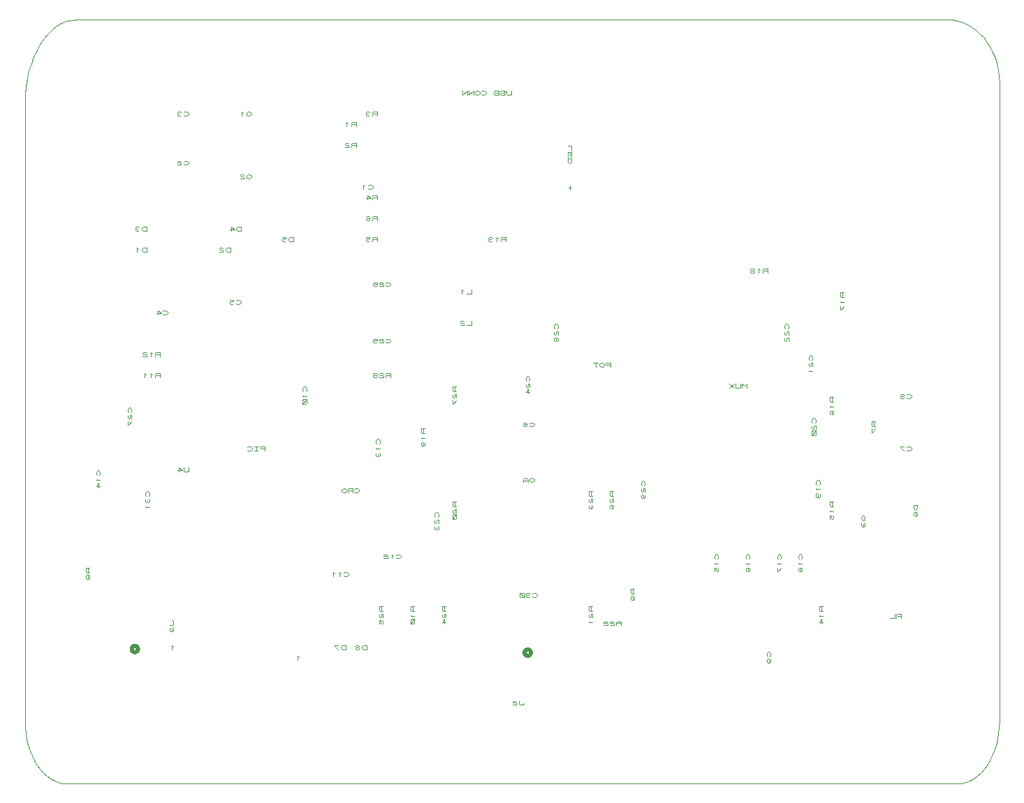
<source format=gbr>
G04 PROTEUS GERBER X2 FILE*
%TF.GenerationSoftware,Labcenter,Proteus,8.16-SP3-Build36097*%
%TF.CreationDate,2025-03-01T20:08:57+00:00*%
%TF.FileFunction,Legend,Bot*%
%TF.FilePolarity,Positive*%
%TF.Part,Single*%
%TF.SameCoordinates,{b4116e7d-5b25-4a0e-afc3-4f4668fc6668}*%
%FSLAX45Y45*%
%MOMM*%
G01*
%TA.AperFunction,Profile*%
%ADD21C,0.101600*%
%TA.AperFunction,NonMaterial*%
%ADD23C,0.101600*%
%TA.AperFunction,Material*%
%ADD24C,0.508000*%
%TD.AperFunction*%
D21*
X+0Y+3937000D02*
X+3279Y+4040866D01*
X+12903Y+4141735D01*
X+28553Y+4239095D01*
X+49909Y+4332437D01*
X+76652Y+4421248D01*
X+108462Y+4505017D01*
X+145020Y+4583235D01*
X+186007Y+4655388D01*
X+231103Y+4720967D01*
X+279989Y+4779460D01*
X+332345Y+4830357D01*
X+387852Y+4873146D01*
X+446190Y+4907315D01*
X+507041Y+4932355D01*
X+570084Y+4947754D01*
X+635000Y+4953000D01*
X+11811000Y+4191000D02*
X+11807721Y+4268899D01*
X+11798097Y+4344551D01*
X+11782447Y+4417571D01*
X+11761091Y+4487577D01*
X+11734348Y+4554186D01*
X+11702538Y+4617013D01*
X+11665980Y+4675676D01*
X+11624993Y+4729791D01*
X+11579897Y+4778975D01*
X+11531011Y+4822845D01*
X+11478655Y+4861018D01*
X+11423148Y+4893109D01*
X+11364810Y+4918736D01*
X+11303959Y+4937516D01*
X+11240916Y+4949065D01*
X+11176000Y+4953000D01*
X+11811000Y-3556000D02*
X+11808377Y-3633899D01*
X+11800677Y-3709551D01*
X+11788158Y-3782571D01*
X+11771073Y-3852577D01*
X+11749678Y-3919186D01*
X+11724230Y-3982013D01*
X+11694983Y-4040676D01*
X+11662194Y-4094791D01*
X+11626117Y-4143975D01*
X+11587008Y-4187845D01*
X+11545124Y-4226018D01*
X+11500718Y-4258109D01*
X+11454047Y-4283736D01*
X+11405367Y-4302516D01*
X+11354933Y-4314065D01*
X+11303000Y-4318000D01*
X+0Y-3556000D02*
X+2623Y-3633899D01*
X+10322Y-3709551D01*
X+22842Y-3782571D01*
X+39927Y-3852577D01*
X+61321Y-3919186D01*
X+86770Y-3982013D01*
X+116016Y-4040676D01*
X+148806Y-4094791D01*
X+184883Y-4143975D01*
X+223991Y-4187845D01*
X+265876Y-4226018D01*
X+310282Y-4258109D01*
X+356952Y-4283736D01*
X+405633Y-4302516D01*
X+456067Y-4314065D01*
X+508000Y-4318000D01*
X+0Y+3937000D02*
X+0Y-3556000D01*
X+508000Y-4318000D02*
X+11303000Y-4318000D01*
X+11811000Y-3556000D02*
X+11811000Y+4191000D01*
X+11176000Y+4953000D02*
X+635000Y+4953000D01*
D23*
X+9004300Y+1882140D02*
X+9004300Y+1927860D01*
X+8956675Y+1927860D01*
X+8947150Y+1920240D01*
X+8947150Y+1912620D01*
X+8956675Y+1905000D01*
X+9004300Y+1905000D01*
X+8956675Y+1905000D02*
X+8947150Y+1897380D01*
X+8947150Y+1882140D01*
X+8909050Y+1912620D02*
X+8890000Y+1927860D01*
X+8890000Y+1882140D01*
X+8832850Y+1905000D02*
X+8842375Y+1912620D01*
X+8842375Y+1920240D01*
X+8832850Y+1927860D01*
X+8804275Y+1927860D01*
X+8794750Y+1920240D01*
X+8794750Y+1912620D01*
X+8804275Y+1905000D01*
X+8832850Y+1905000D01*
X+8842375Y+1897380D01*
X+8842375Y+1889760D01*
X+8832850Y+1882140D01*
X+8804275Y+1882140D01*
X+8794750Y+1889760D01*
X+8794750Y+1897380D01*
X+8804275Y+1905000D01*
X+9928860Y+1638300D02*
X+9883140Y+1638300D01*
X+9883140Y+1590675D01*
X+9890760Y+1581150D01*
X+9898380Y+1581150D01*
X+9906000Y+1590675D01*
X+9906000Y+1638300D01*
X+9906000Y+1590675D02*
X+9913620Y+1581150D01*
X+9928860Y+1581150D01*
X+9898380Y+1543050D02*
X+9883140Y+1524000D01*
X+9928860Y+1524000D01*
X+9883140Y+1476375D02*
X+9883140Y+1428750D01*
X+9890760Y+1428750D01*
X+9928860Y+1476375D01*
X+9248140Y+1200150D02*
X+9255760Y+1209675D01*
X+9255760Y+1238250D01*
X+9240520Y+1257300D01*
X+9225280Y+1257300D01*
X+9210040Y+1238250D01*
X+9210040Y+1209675D01*
X+9217660Y+1200150D01*
X+9217660Y+1171575D02*
X+9210040Y+1162050D01*
X+9210040Y+1133475D01*
X+9217660Y+1123950D01*
X+9225280Y+1123950D01*
X+9232900Y+1133475D01*
X+9232900Y+1162050D01*
X+9240520Y+1171575D01*
X+9255760Y+1171575D01*
X+9255760Y+1123950D01*
X+9217660Y+1095375D02*
X+9210040Y+1085850D01*
X+9210040Y+1057275D01*
X+9217660Y+1047750D01*
X+9225280Y+1047750D01*
X+9232900Y+1057275D01*
X+9232900Y+1085850D01*
X+9240520Y+1095375D01*
X+9255760Y+1095375D01*
X+9255760Y+1047750D01*
X+9540240Y+819150D02*
X+9547860Y+828675D01*
X+9547860Y+857250D01*
X+9532620Y+876300D01*
X+9517380Y+876300D01*
X+9502140Y+857250D01*
X+9502140Y+828675D01*
X+9509760Y+819150D01*
X+9509760Y+790575D02*
X+9502140Y+781050D01*
X+9502140Y+752475D01*
X+9509760Y+742950D01*
X+9517380Y+742950D01*
X+9525000Y+752475D01*
X+9525000Y+781050D01*
X+9532620Y+790575D01*
X+9547860Y+790575D01*
X+9547860Y+742950D01*
X+9517380Y+704850D02*
X+9502140Y+685800D01*
X+9547860Y+685800D01*
X+8750300Y+485140D02*
X+8750300Y+530860D01*
X+8721725Y+508000D01*
X+8693150Y+530860D01*
X+8693150Y+485140D01*
X+8674100Y+530860D02*
X+8674100Y+492760D01*
X+8664575Y+485140D01*
X+8626475Y+485140D01*
X+8616950Y+492760D01*
X+8616950Y+530860D01*
X+8597900Y+530860D02*
X+8540750Y+485140D01*
X+8597900Y+485140D02*
X+8540750Y+530860D01*
X+9578340Y+57150D02*
X+9585960Y+66675D01*
X+9585960Y+95250D01*
X+9570720Y+114300D01*
X+9555480Y+114300D01*
X+9540240Y+95250D01*
X+9540240Y+66675D01*
X+9547860Y+57150D01*
X+9547860Y+28575D02*
X+9540240Y+19050D01*
X+9540240Y-9525D01*
X+9547860Y-19050D01*
X+9555480Y-19050D01*
X+9563100Y-9525D01*
X+9563100Y+19050D01*
X+9570720Y+28575D01*
X+9585960Y+28575D01*
X+9585960Y-19050D01*
X+9578340Y-38100D02*
X+9547860Y-38100D01*
X+9540240Y-47625D01*
X+9540240Y-85725D01*
X+9547860Y-95250D01*
X+9578340Y-95250D01*
X+9585960Y-85725D01*
X+9585960Y-47625D01*
X+9578340Y-38100D01*
X+9585960Y-38100D02*
X+9540240Y-95250D01*
X+10309860Y+76200D02*
X+10264140Y+76200D01*
X+10264140Y+28575D01*
X+10271760Y+19050D01*
X+10279380Y+19050D01*
X+10287000Y+28575D01*
X+10287000Y+76200D01*
X+10287000Y+28575D02*
X+10294620Y+19050D01*
X+10309860Y+19050D01*
X+10264140Y-9525D02*
X+10264140Y-57150D01*
X+10271760Y-57150D01*
X+10309860Y-9525D01*
X+10687050Y+365760D02*
X+10696575Y+358140D01*
X+10725150Y+358140D01*
X+10744200Y+373380D01*
X+10744200Y+388620D01*
X+10725150Y+403860D01*
X+10696575Y+403860D01*
X+10687050Y+396240D01*
X+10648950Y+381000D02*
X+10658475Y+388620D01*
X+10658475Y+396240D01*
X+10648950Y+403860D01*
X+10620375Y+403860D01*
X+10610850Y+396240D01*
X+10610850Y+388620D01*
X+10620375Y+381000D01*
X+10648950Y+381000D01*
X+10658475Y+373380D01*
X+10658475Y+365760D01*
X+10648950Y+358140D01*
X+10620375Y+358140D01*
X+10610850Y+365760D01*
X+10610850Y+373380D01*
X+10620375Y+381000D01*
X+10687050Y-269240D02*
X+10696575Y-276860D01*
X+10725150Y-276860D01*
X+10744200Y-261620D01*
X+10744200Y-246380D01*
X+10725150Y-231140D01*
X+10696575Y-231140D01*
X+10687050Y-238760D01*
X+10658475Y-231140D02*
X+10610850Y-231140D01*
X+10610850Y-238760D01*
X+10658475Y-276860D01*
X+10817860Y-939800D02*
X+10772140Y-939800D01*
X+10772140Y-977900D01*
X+10787380Y-996950D01*
X+10802620Y-996950D01*
X+10817860Y-977900D01*
X+10817860Y-939800D01*
X+10779760Y-1073150D02*
X+10772140Y-1063625D01*
X+10772140Y-1035050D01*
X+10779760Y-1025525D01*
X+10810240Y-1025525D01*
X+10817860Y-1035050D01*
X+10817860Y-1063625D01*
X+10810240Y-1073150D01*
X+10802620Y-1073150D01*
X+10795000Y-1063625D01*
X+10795000Y-1025525D01*
X+10152380Y-1066800D02*
X+10137140Y-1085850D01*
X+10137140Y-1104900D01*
X+10152380Y-1123950D01*
X+10167620Y-1123950D01*
X+10182860Y-1104900D01*
X+10182860Y-1085850D01*
X+10167620Y-1066800D01*
X+10152380Y-1066800D01*
X+10167620Y-1104900D02*
X+10182860Y-1123950D01*
X+10144760Y-1152525D02*
X+10137140Y-1162050D01*
X+10137140Y-1190625D01*
X+10144760Y-1200150D01*
X+10152380Y-1200150D01*
X+10160000Y-1190625D01*
X+10167620Y-1200150D01*
X+10175240Y-1200150D01*
X+10182860Y-1190625D01*
X+10182860Y-1162050D01*
X+10175240Y-1152525D01*
X+10160000Y-1171575D02*
X+10160000Y-1190625D01*
X+9032240Y-2774950D02*
X+9039860Y-2765425D01*
X+9039860Y-2736850D01*
X+9024620Y-2717800D01*
X+9009380Y-2717800D01*
X+8994140Y-2736850D01*
X+8994140Y-2765425D01*
X+9001760Y-2774950D01*
X+9009380Y-2851150D02*
X+9017000Y-2841625D01*
X+9017000Y-2813050D01*
X+9009380Y-2803525D01*
X+9001760Y-2803525D01*
X+8994140Y-2813050D01*
X+8994140Y-2841625D01*
X+9001760Y-2851150D01*
X+9032240Y-2851150D01*
X+9039860Y-2841625D01*
X+9039860Y-2813050D01*
X+8397240Y-1593850D02*
X+8404860Y-1584325D01*
X+8404860Y-1555750D01*
X+8389620Y-1536700D01*
X+8374380Y-1536700D01*
X+8359140Y-1555750D01*
X+8359140Y-1584325D01*
X+8366760Y-1593850D01*
X+8374380Y-1631950D02*
X+8359140Y-1651000D01*
X+8404860Y-1651000D01*
X+8359140Y-1746250D02*
X+8359140Y-1698625D01*
X+8374380Y-1698625D01*
X+8374380Y-1736725D01*
X+8382000Y-1746250D01*
X+8397240Y-1746250D01*
X+8404860Y-1736725D01*
X+8404860Y-1708150D01*
X+8397240Y-1698625D01*
X+8778240Y-1593850D02*
X+8785860Y-1584325D01*
X+8785860Y-1555750D01*
X+8770620Y-1536700D01*
X+8755380Y-1536700D01*
X+8740140Y-1555750D01*
X+8740140Y-1584325D01*
X+8747760Y-1593850D01*
X+8755380Y-1631950D02*
X+8740140Y-1651000D01*
X+8785860Y-1651000D01*
X+8747760Y-1746250D02*
X+8740140Y-1736725D01*
X+8740140Y-1708150D01*
X+8747760Y-1698625D01*
X+8778240Y-1698625D01*
X+8785860Y-1708150D01*
X+8785860Y-1736725D01*
X+8778240Y-1746250D01*
X+8770620Y-1746250D01*
X+8763000Y-1736725D01*
X+8763000Y-1698625D01*
X+9159240Y-1593850D02*
X+9166860Y-1584325D01*
X+9166860Y-1555750D01*
X+9151620Y-1536700D01*
X+9136380Y-1536700D01*
X+9121140Y-1555750D01*
X+9121140Y-1584325D01*
X+9128760Y-1593850D01*
X+9136380Y-1631950D02*
X+9121140Y-1651000D01*
X+9166860Y-1651000D01*
X+9121140Y-1698625D02*
X+9121140Y-1746250D01*
X+9128760Y-1746250D01*
X+9166860Y-1698625D01*
X+9413240Y-1593850D02*
X+9420860Y-1584325D01*
X+9420860Y-1555750D01*
X+9405620Y-1536700D01*
X+9390380Y-1536700D01*
X+9375140Y-1555750D01*
X+9375140Y-1584325D01*
X+9382760Y-1593850D01*
X+9390380Y-1631950D02*
X+9375140Y-1651000D01*
X+9420860Y-1651000D01*
X+9398000Y-1708150D02*
X+9390380Y-1698625D01*
X+9382760Y-1698625D01*
X+9375140Y-1708150D01*
X+9375140Y-1736725D01*
X+9382760Y-1746250D01*
X+9390380Y-1746250D01*
X+9398000Y-1736725D01*
X+9398000Y-1708150D01*
X+9405620Y-1698625D01*
X+9413240Y-1698625D01*
X+9420860Y-1708150D01*
X+9420860Y-1736725D01*
X+9413240Y-1746250D01*
X+9405620Y-1746250D01*
X+9398000Y-1736725D01*
X+9674860Y-2171700D02*
X+9629140Y-2171700D01*
X+9629140Y-2219325D01*
X+9636760Y-2228850D01*
X+9644380Y-2228850D01*
X+9652000Y-2219325D01*
X+9652000Y-2171700D01*
X+9652000Y-2219325D02*
X+9659620Y-2228850D01*
X+9674860Y-2228850D01*
X+9644380Y-2266950D02*
X+9629140Y-2286000D01*
X+9674860Y-2286000D01*
X+9659620Y-2381250D02*
X+9659620Y-2324100D01*
X+9629140Y-2362200D01*
X+9674860Y-2362200D01*
X+6045200Y-3347720D02*
X+6045200Y-3355340D01*
X+6035675Y-3362960D01*
X+5997575Y-3362960D01*
X+5988050Y-3355340D01*
X+5988050Y-3317240D01*
X+5959475Y-3324860D02*
X+5949950Y-3317240D01*
X+5921375Y-3317240D01*
X+5911850Y-3324860D01*
X+5911850Y-3332480D01*
X+5921375Y-3340100D01*
X+5949950Y-3340100D01*
X+5959475Y-3347720D01*
X+5959475Y-3362960D01*
X+5911850Y-3362960D01*
X+7388860Y-1955800D02*
X+7343140Y-1955800D01*
X+7343140Y-2003425D01*
X+7350760Y-2012950D01*
X+7358380Y-2012950D01*
X+7366000Y-2003425D01*
X+7366000Y-1955800D01*
X+7366000Y-2003425D02*
X+7373620Y-2012950D01*
X+7388860Y-2012950D01*
X+7358380Y-2089150D02*
X+7366000Y-2079625D01*
X+7366000Y-2051050D01*
X+7358380Y-2041525D01*
X+7350760Y-2041525D01*
X+7343140Y-2051050D01*
X+7343140Y-2079625D01*
X+7350760Y-2089150D01*
X+7381240Y-2089150D01*
X+7388860Y-2079625D01*
X+7388860Y-2051050D01*
X+6880860Y-2171700D02*
X+6835140Y-2171700D01*
X+6835140Y-2219325D01*
X+6842760Y-2228850D01*
X+6850380Y-2228850D01*
X+6858000Y-2219325D01*
X+6858000Y-2171700D01*
X+6858000Y-2219325D02*
X+6865620Y-2228850D01*
X+6880860Y-2228850D01*
X+6842760Y-2257425D02*
X+6835140Y-2266950D01*
X+6835140Y-2295525D01*
X+6842760Y-2305050D01*
X+6850380Y-2305050D01*
X+6858000Y-2295525D01*
X+6858000Y-2266950D01*
X+6865620Y-2257425D01*
X+6880860Y-2257425D01*
X+6880860Y-2305050D01*
X+6850380Y-2343150D02*
X+6835140Y-2362200D01*
X+6880860Y-2362200D01*
X+7226300Y-2397760D02*
X+7226300Y-2352040D01*
X+7178675Y-2352040D01*
X+7169150Y-2359660D01*
X+7169150Y-2367280D01*
X+7178675Y-2374900D01*
X+7226300Y-2374900D01*
X+7178675Y-2374900D02*
X+7169150Y-2382520D01*
X+7169150Y-2397760D01*
X+7140575Y-2359660D02*
X+7131050Y-2352040D01*
X+7102475Y-2352040D01*
X+7092950Y-2359660D01*
X+7092950Y-2367280D01*
X+7102475Y-2374900D01*
X+7131050Y-2374900D01*
X+7140575Y-2382520D01*
X+7140575Y-2397760D01*
X+7092950Y-2397760D01*
X+7064375Y-2359660D02*
X+7054850Y-2352040D01*
X+7026275Y-2352040D01*
X+7016750Y-2359660D01*
X+7016750Y-2367280D01*
X+7026275Y-2374900D01*
X+7054850Y-2374900D01*
X+7064375Y-2382520D01*
X+7064375Y-2397760D01*
X+7016750Y-2397760D01*
X+7099300Y+739140D02*
X+7099300Y+784860D01*
X+7051675Y+784860D01*
X+7042150Y+777240D01*
X+7042150Y+769620D01*
X+7051675Y+762000D01*
X+7099300Y+762000D01*
X+7023100Y+769620D02*
X+7004050Y+784860D01*
X+6985000Y+784860D01*
X+6965950Y+769620D01*
X+6965950Y+754380D01*
X+6985000Y+739140D01*
X+7004050Y+739140D01*
X+7023100Y+754380D01*
X+7023100Y+769620D01*
X+6946900Y+784860D02*
X+6889750Y+784860D01*
X+6918325Y+784860D02*
X+6918325Y+739140D01*
X+1785620Y-2336800D02*
X+1793240Y-2336800D01*
X+1800860Y-2346325D01*
X+1800860Y-2384425D01*
X+1793240Y-2393950D01*
X+1755140Y-2393950D01*
X+1762760Y-2422525D02*
X+1755140Y-2432050D01*
X+1755140Y-2460625D01*
X+1762760Y-2470150D01*
X+1770380Y-2470150D01*
X+1778000Y-2460625D01*
X+1785620Y-2470150D01*
X+1793240Y-2470150D01*
X+1800860Y-2460625D01*
X+1800860Y-2432050D01*
X+1793240Y-2422525D01*
X+1778000Y-2441575D02*
X+1778000Y-2460625D01*
X+784860Y-1701800D02*
X+739140Y-1701800D01*
X+739140Y-1749425D01*
X+746760Y-1758950D01*
X+754380Y-1758950D01*
X+762000Y-1749425D01*
X+762000Y-1701800D01*
X+762000Y-1749425D02*
X+769620Y-1758950D01*
X+784860Y-1758950D01*
X+762000Y-1797050D02*
X+754380Y-1787525D01*
X+746760Y-1787525D01*
X+739140Y-1797050D01*
X+739140Y-1825625D01*
X+746760Y-1835150D01*
X+754380Y-1835150D01*
X+762000Y-1825625D01*
X+762000Y-1797050D01*
X+769620Y-1787525D01*
X+777240Y-1787525D01*
X+784860Y-1797050D01*
X+784860Y-1825625D01*
X+777240Y-1835150D01*
X+769620Y-1835150D01*
X+762000Y-1825625D01*
X+904240Y-577850D02*
X+911860Y-568325D01*
X+911860Y-539750D01*
X+896620Y-520700D01*
X+881380Y-520700D01*
X+866140Y-539750D01*
X+866140Y-568325D01*
X+873760Y-577850D01*
X+881380Y-615950D02*
X+866140Y-635000D01*
X+911860Y-635000D01*
X+896620Y-730250D02*
X+896620Y-673100D01*
X+866140Y-711200D01*
X+911860Y-711200D01*
X+1638300Y+866140D02*
X+1638300Y+911860D01*
X+1590675Y+911860D01*
X+1581150Y+904240D01*
X+1581150Y+896620D01*
X+1590675Y+889000D01*
X+1638300Y+889000D01*
X+1590675Y+889000D02*
X+1581150Y+881380D01*
X+1581150Y+866140D01*
X+1543050Y+896620D02*
X+1524000Y+911860D01*
X+1524000Y+866140D01*
X+1476375Y+904240D02*
X+1466850Y+911860D01*
X+1438275Y+911860D01*
X+1428750Y+904240D01*
X+1428750Y+896620D01*
X+1438275Y+889000D01*
X+1466850Y+889000D01*
X+1476375Y+881380D01*
X+1476375Y+866140D01*
X+1428750Y+866140D01*
X+1638300Y+612140D02*
X+1638300Y+657860D01*
X+1590675Y+657860D01*
X+1581150Y+650240D01*
X+1581150Y+642620D01*
X+1590675Y+635000D01*
X+1638300Y+635000D01*
X+1590675Y+635000D02*
X+1581150Y+627380D01*
X+1581150Y+612140D01*
X+1543050Y+642620D02*
X+1524000Y+657860D01*
X+1524000Y+612140D01*
X+1466850Y+642620D02*
X+1447800Y+657860D01*
X+1447800Y+612140D01*
X+2908300Y-276860D02*
X+2908300Y-231140D01*
X+2860675Y-231140D01*
X+2851150Y-238760D01*
X+2851150Y-246380D01*
X+2860675Y-254000D01*
X+2908300Y-254000D01*
X+2822575Y-231140D02*
X+2784475Y-231140D01*
X+2803525Y-231140D02*
X+2803525Y-276860D01*
X+2822575Y-276860D02*
X+2784475Y-276860D01*
X+2698750Y-269240D02*
X+2708275Y-276860D01*
X+2736850Y-276860D01*
X+2755900Y-261620D01*
X+2755900Y-246380D01*
X+2736850Y-231140D01*
X+2708275Y-231140D01*
X+2698750Y-238760D01*
X+1501140Y-831850D02*
X+1508760Y-822325D01*
X+1508760Y-793750D01*
X+1493520Y-774700D01*
X+1478280Y-774700D01*
X+1463040Y-793750D01*
X+1463040Y-822325D01*
X+1470660Y-831850D01*
X+1470660Y-860425D02*
X+1463040Y-869950D01*
X+1463040Y-898525D01*
X+1470660Y-908050D01*
X+1478280Y-908050D01*
X+1485900Y-898525D01*
X+1493520Y-908050D01*
X+1501140Y-908050D01*
X+1508760Y-898525D01*
X+1508760Y-869950D01*
X+1501140Y-860425D01*
X+1485900Y-879475D02*
X+1485900Y-898525D01*
X+1478280Y-946150D02*
X+1463040Y-965200D01*
X+1508760Y-965200D01*
X+9801860Y-901700D02*
X+9756140Y-901700D01*
X+9756140Y-949325D01*
X+9763760Y-958850D01*
X+9771380Y-958850D01*
X+9779000Y-949325D01*
X+9779000Y-901700D01*
X+9779000Y-949325D02*
X+9786620Y-958850D01*
X+9801860Y-958850D01*
X+9771380Y-996950D02*
X+9756140Y-1016000D01*
X+9801860Y-1016000D01*
X+9756140Y-1111250D02*
X+9756140Y-1063625D01*
X+9771380Y-1063625D01*
X+9771380Y-1101725D01*
X+9779000Y-1111250D01*
X+9794240Y-1111250D01*
X+9801860Y-1101725D01*
X+9801860Y-1073150D01*
X+9794240Y-1063625D01*
X+9629140Y-692150D02*
X+9636760Y-682625D01*
X+9636760Y-654050D01*
X+9621520Y-635000D01*
X+9606280Y-635000D01*
X+9591040Y-654050D01*
X+9591040Y-682625D01*
X+9598660Y-692150D01*
X+9606280Y-730250D02*
X+9591040Y-749300D01*
X+9636760Y-749300D01*
X+9606280Y-844550D02*
X+9613900Y-835025D01*
X+9613900Y-806450D01*
X+9606280Y-796925D01*
X+9598660Y-796925D01*
X+9591040Y-806450D01*
X+9591040Y-835025D01*
X+9598660Y-844550D01*
X+9629140Y-844550D01*
X+9636760Y-835025D01*
X+9636760Y-806450D01*
X+9801860Y+368300D02*
X+9756140Y+368300D01*
X+9756140Y+320675D01*
X+9763760Y+311150D01*
X+9771380Y+311150D01*
X+9779000Y+320675D01*
X+9779000Y+368300D01*
X+9779000Y+320675D02*
X+9786620Y+311150D01*
X+9801860Y+311150D01*
X+9771380Y+273050D02*
X+9756140Y+254000D01*
X+9801860Y+254000D01*
X+9763760Y+158750D02*
X+9756140Y+168275D01*
X+9756140Y+196850D01*
X+9763760Y+206375D01*
X+9794240Y+206375D01*
X+9801860Y+196850D01*
X+9801860Y+168275D01*
X+9794240Y+158750D01*
X+9786620Y+158750D01*
X+9779000Y+168275D01*
X+9779000Y+206375D01*
X+10617200Y-2308860D02*
X+10617200Y-2263140D01*
X+10569575Y-2263140D01*
X+10560050Y-2270760D01*
X+10560050Y-2278380D01*
X+10569575Y-2286000D01*
X+10617200Y-2286000D01*
X+10569575Y-2286000D02*
X+10560050Y-2293620D01*
X+10560050Y-2308860D01*
X+10541000Y-2263140D02*
X+10541000Y-2308860D01*
X+10483850Y-2308860D01*
X+5102860Y-2171700D02*
X+5057140Y-2171700D01*
X+5057140Y-2219325D01*
X+5064760Y-2228850D01*
X+5072380Y-2228850D01*
X+5080000Y-2219325D01*
X+5080000Y-2171700D01*
X+5080000Y-2219325D02*
X+5087620Y-2228850D01*
X+5102860Y-2228850D01*
X+5064760Y-2257425D02*
X+5057140Y-2266950D01*
X+5057140Y-2295525D01*
X+5064760Y-2305050D01*
X+5072380Y-2305050D01*
X+5080000Y-2295525D01*
X+5080000Y-2266950D01*
X+5087620Y-2257425D01*
X+5102860Y-2257425D01*
X+5102860Y-2305050D01*
X+5087620Y-2381250D02*
X+5087620Y-2324100D01*
X+5057140Y-2362200D01*
X+5102860Y-2362200D01*
X+4721860Y-2171700D02*
X+4676140Y-2171700D01*
X+4676140Y-2219325D01*
X+4683760Y-2228850D01*
X+4691380Y-2228850D01*
X+4699000Y-2219325D01*
X+4699000Y-2171700D01*
X+4699000Y-2219325D02*
X+4706620Y-2228850D01*
X+4721860Y-2228850D01*
X+4691380Y-2266950D02*
X+4676140Y-2286000D01*
X+4721860Y-2286000D01*
X+4714240Y-2324100D02*
X+4683760Y-2324100D01*
X+4676140Y-2333625D01*
X+4676140Y-2371725D01*
X+4683760Y-2381250D01*
X+4714240Y-2381250D01*
X+4721860Y-2371725D01*
X+4721860Y-2333625D01*
X+4714240Y-2324100D01*
X+4721860Y-2324100D02*
X+4676140Y-2381250D01*
X+4340860Y-2171700D02*
X+4295140Y-2171700D01*
X+4295140Y-2219325D01*
X+4302760Y-2228850D01*
X+4310380Y-2228850D01*
X+4318000Y-2219325D01*
X+4318000Y-2171700D01*
X+4318000Y-2219325D02*
X+4325620Y-2228850D01*
X+4340860Y-2228850D01*
X+4302760Y-2257425D02*
X+4295140Y-2266950D01*
X+4295140Y-2295525D01*
X+4302760Y-2305050D01*
X+4310380Y-2305050D01*
X+4318000Y-2295525D01*
X+4318000Y-2266950D01*
X+4325620Y-2257425D01*
X+4340860Y-2257425D01*
X+4340860Y-2305050D01*
X+4295140Y-2381250D02*
X+4295140Y-2333625D01*
X+4310380Y-2333625D01*
X+4310380Y-2371725D01*
X+4318000Y-2381250D01*
X+4333240Y-2381250D01*
X+4340860Y-2371725D01*
X+4340860Y-2343150D01*
X+4333240Y-2333625D01*
X+4140200Y-2689860D02*
X+4140200Y-2644140D01*
X+4102100Y-2644140D01*
X+4083050Y-2659380D01*
X+4083050Y-2674620D01*
X+4102100Y-2689860D01*
X+4140200Y-2689860D01*
X+4044950Y-2667000D02*
X+4054475Y-2659380D01*
X+4054475Y-2651760D01*
X+4044950Y-2644140D01*
X+4016375Y-2644140D01*
X+4006850Y-2651760D01*
X+4006850Y-2659380D01*
X+4016375Y-2667000D01*
X+4044950Y-2667000D01*
X+4054475Y-2674620D01*
X+4054475Y-2682240D01*
X+4044950Y-2689860D01*
X+4016375Y-2689860D01*
X+4006850Y-2682240D01*
X+4006850Y-2674620D01*
X+4016375Y-2667000D01*
X+3886200Y-2689860D02*
X+3886200Y-2644140D01*
X+3848100Y-2644140D01*
X+3829050Y-2659380D01*
X+3829050Y-2674620D01*
X+3848100Y-2689860D01*
X+3886200Y-2689860D01*
X+3800475Y-2644140D02*
X+3752850Y-2644140D01*
X+3752850Y-2651760D01*
X+3800475Y-2689860D01*
X+3321050Y-2786380D02*
X+3302000Y-2771140D01*
X+3302000Y-2816860D01*
X+1797050Y-2659380D02*
X+1778000Y-2644140D01*
X+1778000Y-2689860D01*
X+7508240Y-704850D02*
X+7515860Y-695325D01*
X+7515860Y-666750D01*
X+7500620Y-647700D01*
X+7485380Y-647700D01*
X+7470140Y-666750D01*
X+7470140Y-695325D01*
X+7477760Y-704850D01*
X+7477760Y-733425D02*
X+7470140Y-742950D01*
X+7470140Y-771525D01*
X+7477760Y-781050D01*
X+7485380Y-781050D01*
X+7493000Y-771525D01*
X+7493000Y-742950D01*
X+7500620Y-733425D01*
X+7515860Y-733425D01*
X+7515860Y-781050D01*
X+7485380Y-857250D02*
X+7493000Y-847725D01*
X+7493000Y-819150D01*
X+7485380Y-809625D01*
X+7477760Y-809625D01*
X+7470140Y-819150D01*
X+7470140Y-847725D01*
X+7477760Y-857250D01*
X+7508240Y-857250D01*
X+7515860Y-847725D01*
X+7515860Y-819150D01*
X+7134860Y-774700D02*
X+7089140Y-774700D01*
X+7089140Y-822325D01*
X+7096760Y-831850D01*
X+7104380Y-831850D01*
X+7112000Y-822325D01*
X+7112000Y-774700D01*
X+7112000Y-822325D02*
X+7119620Y-831850D01*
X+7134860Y-831850D01*
X+7096760Y-860425D02*
X+7089140Y-869950D01*
X+7089140Y-898525D01*
X+7096760Y-908050D01*
X+7104380Y-908050D01*
X+7112000Y-898525D01*
X+7112000Y-869950D01*
X+7119620Y-860425D01*
X+7134860Y-860425D01*
X+7134860Y-908050D01*
X+7096760Y-984250D02*
X+7089140Y-974725D01*
X+7089140Y-946150D01*
X+7096760Y-936625D01*
X+7127240Y-936625D01*
X+7134860Y-946150D01*
X+7134860Y-974725D01*
X+7127240Y-984250D01*
X+7119620Y-984250D01*
X+7112000Y-974725D01*
X+7112000Y-936625D01*
X+6880860Y-774700D02*
X+6835140Y-774700D01*
X+6835140Y-822325D01*
X+6842760Y-831850D01*
X+6850380Y-831850D01*
X+6858000Y-822325D01*
X+6858000Y-774700D01*
X+6858000Y-822325D02*
X+6865620Y-831850D01*
X+6880860Y-831850D01*
X+6842760Y-860425D02*
X+6835140Y-869950D01*
X+6835140Y-898525D01*
X+6842760Y-908050D01*
X+6850380Y-908050D01*
X+6858000Y-898525D01*
X+6858000Y-869950D01*
X+6865620Y-860425D01*
X+6880860Y-860425D01*
X+6880860Y-908050D01*
X+6842760Y-936625D02*
X+6835140Y-946150D01*
X+6835140Y-974725D01*
X+6842760Y-984250D01*
X+6850380Y-984250D01*
X+6858000Y-974725D01*
X+6865620Y-984250D01*
X+6873240Y-984250D01*
X+6880860Y-974725D01*
X+6880860Y-946150D01*
X+6873240Y-936625D01*
X+6858000Y-955675D02*
X+6858000Y-974725D01*
X+6172200Y-627380D02*
X+6153150Y-612140D01*
X+6134100Y-612140D01*
X+6115050Y-627380D01*
X+6115050Y-642620D01*
X+6134100Y-657860D01*
X+6153150Y-657860D01*
X+6172200Y-642620D01*
X+6172200Y-627380D01*
X+6096000Y-657860D02*
X+6096000Y-627380D01*
X+6076950Y-612140D01*
X+6057900Y-612140D01*
X+6038850Y-627380D01*
X+6038850Y-657860D01*
X+6096000Y-642620D02*
X+6038850Y-642620D01*
X+6581140Y+3416300D02*
X+6626860Y+3416300D01*
X+6626860Y+3359150D01*
X+6626860Y+3282950D02*
X+6626860Y+3340100D01*
X+6581140Y+3340100D01*
X+6581140Y+3282950D01*
X+6604000Y+3340100D02*
X+6604000Y+3302000D01*
X+6626860Y+3263900D02*
X+6581140Y+3263900D01*
X+6581140Y+3225800D01*
X+6596380Y+3206750D01*
X+6611620Y+3206750D01*
X+6626860Y+3225800D01*
X+6626860Y+3263900D01*
X+6604000Y+2882900D02*
X+6604000Y+2940050D01*
X+6588760Y+2911475D02*
X+6619240Y+2911475D01*
X+6153150Y-2047240D02*
X+6162675Y-2054860D01*
X+6191250Y-2054860D01*
X+6210300Y-2039620D01*
X+6210300Y-2024380D01*
X+6191250Y-2009140D01*
X+6162675Y-2009140D01*
X+6153150Y-2016760D01*
X+6124575Y-2016760D02*
X+6115050Y-2009140D01*
X+6086475Y-2009140D01*
X+6076950Y-2016760D01*
X+6076950Y-2024380D01*
X+6086475Y-2032000D01*
X+6076950Y-2039620D01*
X+6076950Y-2047240D01*
X+6086475Y-2054860D01*
X+6115050Y-2054860D01*
X+6124575Y-2047240D01*
X+6105525Y-2032000D02*
X+6086475Y-2032000D01*
X+6057900Y-2047240D02*
X+6057900Y-2016760D01*
X+6048375Y-2009140D01*
X+6010275Y-2009140D01*
X+6000750Y-2016760D01*
X+6000750Y-2047240D01*
X+6010275Y-2054860D01*
X+6048375Y-2054860D01*
X+6057900Y-2047240D01*
X+6057900Y-2054860D02*
X+6000750Y-2009140D01*
X+3994150Y-777240D02*
X+4003675Y-784860D01*
X+4032250Y-784860D01*
X+4051300Y-769620D01*
X+4051300Y-754380D01*
X+4032250Y-739140D01*
X+4003675Y-739140D01*
X+3994150Y-746760D01*
X+3975100Y-784860D02*
X+3975100Y-739140D01*
X+3927475Y-739140D01*
X+3917950Y-746760D01*
X+3917950Y-754380D01*
X+3927475Y-762000D01*
X+3975100Y-762000D01*
X+3927475Y-762000D02*
X+3917950Y-769620D01*
X+3917950Y-784860D01*
X+3898900Y-754380D02*
X+3879850Y-739140D01*
X+3860800Y-739140D01*
X+3841750Y-754380D01*
X+3841750Y-769620D01*
X+3860800Y-784860D01*
X+3879850Y-784860D01*
X+3898900Y-769620D01*
X+3898900Y-754380D01*
X+4848860Y-12700D02*
X+4803140Y-12700D01*
X+4803140Y-60325D01*
X+4810760Y-69850D01*
X+4818380Y-69850D01*
X+4826000Y-60325D01*
X+4826000Y-12700D01*
X+4826000Y-60325D02*
X+4833620Y-69850D01*
X+4848860Y-69850D01*
X+4818380Y-107950D02*
X+4803140Y-127000D01*
X+4848860Y-127000D01*
X+4818380Y-222250D02*
X+4826000Y-212725D01*
X+4826000Y-184150D01*
X+4818380Y-174625D01*
X+4810760Y-174625D01*
X+4803140Y-184150D01*
X+4803140Y-212725D01*
X+4810760Y-222250D01*
X+4841240Y-222250D01*
X+4848860Y-212725D01*
X+4848860Y-184150D01*
X+4295140Y-196850D02*
X+4302760Y-187325D01*
X+4302760Y-158750D01*
X+4287520Y-139700D01*
X+4272280Y-139700D01*
X+4257040Y-158750D01*
X+4257040Y-187325D01*
X+4264660Y-196850D01*
X+4272280Y-234950D02*
X+4257040Y-254000D01*
X+4302760Y-254000D01*
X+4264660Y-301625D02*
X+4257040Y-311150D01*
X+4257040Y-339725D01*
X+4264660Y-349250D01*
X+4272280Y-349250D01*
X+4279900Y-339725D01*
X+4287520Y-349250D01*
X+4295140Y-349250D01*
X+4302760Y-339725D01*
X+4302760Y-311150D01*
X+4295140Y-301625D01*
X+4279900Y-320675D02*
X+4279900Y-339725D01*
X+5006340Y-1085850D02*
X+5013960Y-1076325D01*
X+5013960Y-1047750D01*
X+4998720Y-1028700D01*
X+4983480Y-1028700D01*
X+4968240Y-1047750D01*
X+4968240Y-1076325D01*
X+4975860Y-1085850D01*
X+4975860Y-1114425D02*
X+4968240Y-1123950D01*
X+4968240Y-1152525D01*
X+4975860Y-1162050D01*
X+4983480Y-1162050D01*
X+4991100Y-1152525D01*
X+4991100Y-1123950D01*
X+4998720Y-1114425D01*
X+5013960Y-1114425D01*
X+5013960Y-1162050D01*
X+4975860Y-1190625D02*
X+4968240Y-1200150D01*
X+4968240Y-1228725D01*
X+4975860Y-1238250D01*
X+4983480Y-1238250D01*
X+4991100Y-1228725D01*
X+4998720Y-1238250D01*
X+5006340Y-1238250D01*
X+5013960Y-1228725D01*
X+5013960Y-1200150D01*
X+5006340Y-1190625D01*
X+4991100Y-1209675D02*
X+4991100Y-1228725D01*
X+4502150Y-1577340D02*
X+4511675Y-1584960D01*
X+4540250Y-1584960D01*
X+4559300Y-1569720D01*
X+4559300Y-1554480D01*
X+4540250Y-1539240D01*
X+4511675Y-1539240D01*
X+4502150Y-1546860D01*
X+4464050Y-1554480D02*
X+4445000Y-1539240D01*
X+4445000Y-1584960D01*
X+4397375Y-1546860D02*
X+4387850Y-1539240D01*
X+4359275Y-1539240D01*
X+4349750Y-1546860D01*
X+4349750Y-1554480D01*
X+4359275Y-1562100D01*
X+4387850Y-1562100D01*
X+4397375Y-1569720D01*
X+4397375Y-1584960D01*
X+4349750Y-1584960D01*
X+3867150Y-1793240D02*
X+3876675Y-1800860D01*
X+3905250Y-1800860D01*
X+3924300Y-1785620D01*
X+3924300Y-1770380D01*
X+3905250Y-1755140D01*
X+3876675Y-1755140D01*
X+3867150Y-1762760D01*
X+3829050Y-1770380D02*
X+3810000Y-1755140D01*
X+3810000Y-1800860D01*
X+3752850Y-1770380D02*
X+3733800Y-1755140D01*
X+3733800Y-1800860D01*
X+1981200Y-485140D02*
X+1981200Y-523240D01*
X+1971675Y-530860D01*
X+1933575Y-530860D01*
X+1924050Y-523240D01*
X+1924050Y-485140D01*
X+1847850Y-515620D02*
X+1905000Y-515620D01*
X+1866900Y-485140D01*
X+1866900Y-530860D01*
X+1285240Y+184150D02*
X+1292860Y+193675D01*
X+1292860Y+222250D01*
X+1277620Y+241300D01*
X+1262380Y+241300D01*
X+1247140Y+222250D01*
X+1247140Y+193675D01*
X+1254760Y+184150D01*
X+1254760Y+155575D02*
X+1247140Y+146050D01*
X+1247140Y+117475D01*
X+1254760Y+107950D01*
X+1262380Y+107950D01*
X+1270000Y+117475D01*
X+1270000Y+146050D01*
X+1277620Y+155575D01*
X+1292860Y+155575D01*
X+1292860Y+107950D01*
X+1247140Y+79375D02*
X+1247140Y+31750D01*
X+1254760Y+31750D01*
X+1292860Y+79375D01*
X+5229860Y-901700D02*
X+5184140Y-901700D01*
X+5184140Y-949325D01*
X+5191760Y-958850D01*
X+5199380Y-958850D01*
X+5207000Y-949325D01*
X+5207000Y-901700D01*
X+5207000Y-949325D02*
X+5214620Y-958850D01*
X+5229860Y-958850D01*
X+5191760Y-987425D02*
X+5184140Y-996950D01*
X+5184140Y-1025525D01*
X+5191760Y-1035050D01*
X+5199380Y-1035050D01*
X+5207000Y-1025525D01*
X+5207000Y-996950D01*
X+5214620Y-987425D01*
X+5229860Y-987425D01*
X+5229860Y-1035050D01*
X+5222240Y-1054100D02*
X+5191760Y-1054100D01*
X+5184140Y-1063625D01*
X+5184140Y-1101725D01*
X+5191760Y-1111250D01*
X+5222240Y-1111250D01*
X+5229860Y-1101725D01*
X+5229860Y-1063625D01*
X+5222240Y-1054100D01*
X+5229860Y-1054100D02*
X+5184140Y-1111250D01*
X+5229860Y+495300D02*
X+5184140Y+495300D01*
X+5184140Y+447675D01*
X+5191760Y+438150D01*
X+5199380Y+438150D01*
X+5207000Y+447675D01*
X+5207000Y+495300D01*
X+5207000Y+447675D02*
X+5214620Y+438150D01*
X+5229860Y+438150D01*
X+5191760Y+409575D02*
X+5184140Y+400050D01*
X+5184140Y+371475D01*
X+5191760Y+361950D01*
X+5199380Y+361950D01*
X+5207000Y+371475D01*
X+5207000Y+400050D01*
X+5214620Y+409575D01*
X+5229860Y+409575D01*
X+5229860Y+361950D01*
X+5184140Y+333375D02*
X+5184140Y+285750D01*
X+5191760Y+285750D01*
X+5229860Y+333375D01*
X+4432300Y+612140D02*
X+4432300Y+657860D01*
X+4384675Y+657860D01*
X+4375150Y+650240D01*
X+4375150Y+642620D01*
X+4384675Y+635000D01*
X+4432300Y+635000D01*
X+4384675Y+635000D02*
X+4375150Y+627380D01*
X+4375150Y+612140D01*
X+4346575Y+650240D02*
X+4337050Y+657860D01*
X+4308475Y+657860D01*
X+4298950Y+650240D01*
X+4298950Y+642620D01*
X+4308475Y+635000D01*
X+4337050Y+635000D01*
X+4346575Y+627380D01*
X+4346575Y+612140D01*
X+4298950Y+612140D01*
X+4260850Y+635000D02*
X+4270375Y+642620D01*
X+4270375Y+650240D01*
X+4260850Y+657860D01*
X+4232275Y+657860D01*
X+4222750Y+650240D01*
X+4222750Y+642620D01*
X+4232275Y+635000D01*
X+4260850Y+635000D01*
X+4270375Y+627380D01*
X+4270375Y+619760D01*
X+4260850Y+612140D01*
X+4232275Y+612140D01*
X+4222750Y+619760D01*
X+4222750Y+627380D01*
X+4232275Y+635000D01*
X+3406140Y+438150D02*
X+3413760Y+447675D01*
X+3413760Y+476250D01*
X+3398520Y+495300D01*
X+3383280Y+495300D01*
X+3368040Y+476250D01*
X+3368040Y+447675D01*
X+3375660Y+438150D01*
X+3383280Y+400050D02*
X+3368040Y+381000D01*
X+3413760Y+381000D01*
X+3406140Y+342900D02*
X+3375660Y+342900D01*
X+3368040Y+333375D01*
X+3368040Y+295275D01*
X+3375660Y+285750D01*
X+3406140Y+285750D01*
X+3413760Y+295275D01*
X+3413760Y+333375D01*
X+3406140Y+342900D01*
X+3413760Y+342900D02*
X+3368040Y+285750D01*
X+6454140Y+1200150D02*
X+6461760Y+1209675D01*
X+6461760Y+1238250D01*
X+6446520Y+1257300D01*
X+6431280Y+1257300D01*
X+6416040Y+1238250D01*
X+6416040Y+1209675D01*
X+6423660Y+1200150D01*
X+6423660Y+1171575D02*
X+6416040Y+1162050D01*
X+6416040Y+1133475D01*
X+6423660Y+1123950D01*
X+6431280Y+1123950D01*
X+6438900Y+1133475D01*
X+6438900Y+1162050D01*
X+6446520Y+1171575D01*
X+6461760Y+1171575D01*
X+6461760Y+1123950D01*
X+6438900Y+1085850D02*
X+6431280Y+1095375D01*
X+6423660Y+1095375D01*
X+6416040Y+1085850D01*
X+6416040Y+1057275D01*
X+6423660Y+1047750D01*
X+6431280Y+1047750D01*
X+6438900Y+1057275D01*
X+6438900Y+1085850D01*
X+6446520Y+1095375D01*
X+6454140Y+1095375D01*
X+6461760Y+1085850D01*
X+6461760Y+1057275D01*
X+6454140Y+1047750D01*
X+6446520Y+1047750D01*
X+6438900Y+1057275D01*
X+6111240Y+565150D02*
X+6118860Y+574675D01*
X+6118860Y+603250D01*
X+6103620Y+622300D01*
X+6088380Y+622300D01*
X+6073140Y+603250D01*
X+6073140Y+574675D01*
X+6080760Y+565150D01*
X+6080760Y+536575D02*
X+6073140Y+527050D01*
X+6073140Y+498475D01*
X+6080760Y+488950D01*
X+6088380Y+488950D01*
X+6096000Y+498475D01*
X+6096000Y+527050D01*
X+6103620Y+536575D01*
X+6118860Y+536575D01*
X+6118860Y+488950D01*
X+6103620Y+412750D02*
X+6103620Y+469900D01*
X+6073140Y+431800D01*
X+6118860Y+431800D01*
X+6115050Y+22860D02*
X+6124575Y+15240D01*
X+6153150Y+15240D01*
X+6172200Y+30480D01*
X+6172200Y+45720D01*
X+6153150Y+60960D01*
X+6124575Y+60960D01*
X+6115050Y+53340D01*
X+6038850Y+53340D02*
X+6048375Y+60960D01*
X+6076950Y+60960D01*
X+6086475Y+53340D01*
X+6086475Y+22860D01*
X+6076950Y+15240D01*
X+6048375Y+15240D01*
X+6038850Y+22860D01*
X+6038850Y+30480D01*
X+6048375Y+38100D01*
X+6086475Y+38100D01*
X+5829300Y+2263140D02*
X+5829300Y+2308860D01*
X+5781675Y+2308860D01*
X+5772150Y+2301240D01*
X+5772150Y+2293620D01*
X+5781675Y+2286000D01*
X+5829300Y+2286000D01*
X+5781675Y+2286000D02*
X+5772150Y+2278380D01*
X+5772150Y+2263140D01*
X+5734050Y+2293620D02*
X+5715000Y+2308860D01*
X+5715000Y+2263140D01*
X+5667375Y+2301240D02*
X+5657850Y+2308860D01*
X+5629275Y+2308860D01*
X+5619750Y+2301240D01*
X+5619750Y+2293620D01*
X+5629275Y+2286000D01*
X+5619750Y+2278380D01*
X+5619750Y+2270760D01*
X+5629275Y+2263140D01*
X+5657850Y+2263140D01*
X+5667375Y+2270760D01*
X+5648325Y+2286000D02*
X+5629275Y+2286000D01*
X+1473200Y+2390140D02*
X+1473200Y+2435860D01*
X+1435100Y+2435860D01*
X+1416050Y+2420620D01*
X+1416050Y+2405380D01*
X+1435100Y+2390140D01*
X+1473200Y+2390140D01*
X+1387475Y+2428240D02*
X+1377950Y+2435860D01*
X+1349375Y+2435860D01*
X+1339850Y+2428240D01*
X+1339850Y+2420620D01*
X+1349375Y+2413000D01*
X+1339850Y+2405380D01*
X+1339850Y+2397760D01*
X+1349375Y+2390140D01*
X+1377950Y+2390140D01*
X+1387475Y+2397760D01*
X+1368425Y+2413000D02*
X+1349375Y+2413000D01*
X+1473200Y+2136140D02*
X+1473200Y+2181860D01*
X+1435100Y+2181860D01*
X+1416050Y+2166620D01*
X+1416050Y+2151380D01*
X+1435100Y+2136140D01*
X+1473200Y+2136140D01*
X+1377950Y+2166620D02*
X+1358900Y+2181860D01*
X+1358900Y+2136140D01*
X+2616200Y+2390140D02*
X+2616200Y+2435860D01*
X+2578100Y+2435860D01*
X+2559050Y+2420620D01*
X+2559050Y+2405380D01*
X+2578100Y+2390140D01*
X+2616200Y+2390140D01*
X+2482850Y+2405380D02*
X+2540000Y+2405380D01*
X+2501900Y+2435860D01*
X+2501900Y+2390140D01*
X+2489200Y+2136140D02*
X+2489200Y+2181860D01*
X+2451100Y+2181860D01*
X+2432050Y+2166620D01*
X+2432050Y+2151380D01*
X+2451100Y+2136140D01*
X+2489200Y+2136140D01*
X+2403475Y+2174240D02*
X+2393950Y+2181860D01*
X+2365375Y+2181860D01*
X+2355850Y+2174240D01*
X+2355850Y+2166620D01*
X+2365375Y+2159000D01*
X+2393950Y+2159000D01*
X+2403475Y+2151380D01*
X+2403475Y+2136140D01*
X+2355850Y+2136140D01*
X+1924050Y+3794760D02*
X+1933575Y+3787140D01*
X+1962150Y+3787140D01*
X+1981200Y+3802380D01*
X+1981200Y+3817620D01*
X+1962150Y+3832860D01*
X+1933575Y+3832860D01*
X+1924050Y+3825240D01*
X+1895475Y+3825240D02*
X+1885950Y+3832860D01*
X+1857375Y+3832860D01*
X+1847850Y+3825240D01*
X+1847850Y+3817620D01*
X+1857375Y+3810000D01*
X+1847850Y+3802380D01*
X+1847850Y+3794760D01*
X+1857375Y+3787140D01*
X+1885950Y+3787140D01*
X+1895475Y+3794760D01*
X+1876425Y+3810000D02*
X+1857375Y+3810000D01*
X+1924050Y+3197860D02*
X+1933575Y+3190240D01*
X+1962150Y+3190240D01*
X+1981200Y+3205480D01*
X+1981200Y+3220720D01*
X+1962150Y+3235960D01*
X+1933575Y+3235960D01*
X+1924050Y+3228340D01*
X+1895475Y+3228340D02*
X+1885950Y+3235960D01*
X+1857375Y+3235960D01*
X+1847850Y+3228340D01*
X+1847850Y+3220720D01*
X+1857375Y+3213100D01*
X+1885950Y+3213100D01*
X+1895475Y+3205480D01*
X+1895475Y+3190240D01*
X+1847850Y+3190240D01*
X+2743200Y+3055620D02*
X+2724150Y+3070860D01*
X+2705100Y+3070860D01*
X+2686050Y+3055620D01*
X+2686050Y+3040380D01*
X+2705100Y+3025140D01*
X+2724150Y+3025140D01*
X+2743200Y+3040380D01*
X+2743200Y+3055620D01*
X+2705100Y+3040380D02*
X+2686050Y+3025140D01*
X+2657475Y+3063240D02*
X+2647950Y+3070860D01*
X+2619375Y+3070860D01*
X+2609850Y+3063240D01*
X+2609850Y+3055620D01*
X+2619375Y+3048000D01*
X+2647950Y+3048000D01*
X+2657475Y+3040380D01*
X+2657475Y+3025140D01*
X+2609850Y+3025140D01*
X+2743200Y+3817620D02*
X+2724150Y+3832860D01*
X+2705100Y+3832860D01*
X+2686050Y+3817620D01*
X+2686050Y+3802380D01*
X+2705100Y+3787140D01*
X+2724150Y+3787140D01*
X+2743200Y+3802380D01*
X+2743200Y+3817620D01*
X+2705100Y+3802380D02*
X+2686050Y+3787140D01*
X+2647950Y+3817620D02*
X+2628900Y+3832860D01*
X+2628900Y+3787140D01*
X+3251200Y+2263140D02*
X+3251200Y+2308860D01*
X+3213100Y+2308860D01*
X+3194050Y+2293620D01*
X+3194050Y+2278380D01*
X+3213100Y+2263140D01*
X+3251200Y+2263140D01*
X+3117850Y+2308860D02*
X+3165475Y+2308860D01*
X+3165475Y+2293620D01*
X+3127375Y+2293620D01*
X+3117850Y+2286000D01*
X+3117850Y+2270760D01*
X+3127375Y+2263140D01*
X+3155950Y+2263140D01*
X+3165475Y+2270760D01*
X+2559050Y+1508760D02*
X+2568575Y+1501140D01*
X+2597150Y+1501140D01*
X+2616200Y+1516380D01*
X+2616200Y+1531620D01*
X+2597150Y+1546860D01*
X+2568575Y+1546860D01*
X+2559050Y+1539240D01*
X+2482850Y+1546860D02*
X+2530475Y+1546860D01*
X+2530475Y+1531620D01*
X+2492375Y+1531620D01*
X+2482850Y+1524000D01*
X+2482850Y+1508760D01*
X+2492375Y+1501140D01*
X+2520950Y+1501140D01*
X+2530475Y+1508760D01*
X+1670050Y+1381760D02*
X+1679575Y+1374140D01*
X+1708150Y+1374140D01*
X+1727200Y+1389380D01*
X+1727200Y+1404620D01*
X+1708150Y+1419860D01*
X+1679575Y+1419860D01*
X+1670050Y+1412240D01*
X+1593850Y+1389380D02*
X+1651000Y+1389380D01*
X+1612900Y+1419860D01*
X+1612900Y+1374140D01*
X+5410200Y+1673860D02*
X+5410200Y+1628140D01*
X+5353050Y+1628140D01*
X+5314950Y+1658620D02*
X+5295900Y+1673860D01*
X+5295900Y+1628140D01*
X+5410200Y+1292860D02*
X+5410200Y+1247140D01*
X+5353050Y+1247140D01*
X+5324475Y+1285240D02*
X+5314950Y+1292860D01*
X+5286375Y+1292860D01*
X+5276850Y+1285240D01*
X+5276850Y+1277620D01*
X+5286375Y+1270000D01*
X+5314950Y+1270000D01*
X+5324475Y+1262380D01*
X+5324475Y+1247140D01*
X+5276850Y+1247140D01*
X+4375150Y+1038860D02*
X+4384675Y+1031240D01*
X+4413250Y+1031240D01*
X+4432300Y+1046480D01*
X+4432300Y+1061720D01*
X+4413250Y+1076960D01*
X+4384675Y+1076960D01*
X+4375150Y+1069340D01*
X+4346575Y+1069340D02*
X+4337050Y+1076960D01*
X+4308475Y+1076960D01*
X+4298950Y+1069340D01*
X+4298950Y+1061720D01*
X+4308475Y+1054100D01*
X+4337050Y+1054100D01*
X+4346575Y+1046480D01*
X+4346575Y+1031240D01*
X+4298950Y+1031240D01*
X+4222750Y+1076960D02*
X+4270375Y+1076960D01*
X+4270375Y+1061720D01*
X+4232275Y+1061720D01*
X+4222750Y+1054100D01*
X+4222750Y+1038860D01*
X+4232275Y+1031240D01*
X+4260850Y+1031240D01*
X+4270375Y+1038860D01*
X+4375150Y+1724660D02*
X+4384675Y+1717040D01*
X+4413250Y+1717040D01*
X+4432300Y+1732280D01*
X+4432300Y+1747520D01*
X+4413250Y+1762760D01*
X+4384675Y+1762760D01*
X+4375150Y+1755140D01*
X+4346575Y+1755140D02*
X+4337050Y+1762760D01*
X+4308475Y+1762760D01*
X+4298950Y+1755140D01*
X+4298950Y+1747520D01*
X+4308475Y+1739900D01*
X+4337050Y+1739900D01*
X+4346575Y+1732280D01*
X+4346575Y+1717040D01*
X+4298950Y+1717040D01*
X+4222750Y+1755140D02*
X+4232275Y+1762760D01*
X+4260850Y+1762760D01*
X+4270375Y+1755140D01*
X+4270375Y+1724660D01*
X+4260850Y+1717040D01*
X+4232275Y+1717040D01*
X+4222750Y+1724660D01*
X+4222750Y+1732280D01*
X+4232275Y+1739900D01*
X+4270375Y+1739900D01*
X+4267200Y+3787140D02*
X+4267200Y+3832860D01*
X+4219575Y+3832860D01*
X+4210050Y+3825240D01*
X+4210050Y+3817620D01*
X+4219575Y+3810000D01*
X+4267200Y+3810000D01*
X+4219575Y+3810000D02*
X+4210050Y+3802380D01*
X+4210050Y+3787140D01*
X+4181475Y+3825240D02*
X+4171950Y+3832860D01*
X+4143375Y+3832860D01*
X+4133850Y+3825240D01*
X+4133850Y+3817620D01*
X+4143375Y+3810000D01*
X+4133850Y+3802380D01*
X+4133850Y+3794760D01*
X+4143375Y+3787140D01*
X+4171950Y+3787140D01*
X+4181475Y+3794760D01*
X+4162425Y+3810000D02*
X+4143375Y+3810000D01*
X+4013200Y+3660140D02*
X+4013200Y+3705860D01*
X+3965575Y+3705860D01*
X+3956050Y+3698240D01*
X+3956050Y+3690620D01*
X+3965575Y+3683000D01*
X+4013200Y+3683000D01*
X+3965575Y+3683000D02*
X+3956050Y+3675380D01*
X+3956050Y+3660140D01*
X+3917950Y+3690620D02*
X+3898900Y+3705860D01*
X+3898900Y+3660140D01*
X+4013200Y+3406140D02*
X+4013200Y+3451860D01*
X+3965575Y+3451860D01*
X+3956050Y+3444240D01*
X+3956050Y+3436620D01*
X+3965575Y+3429000D01*
X+4013200Y+3429000D01*
X+3965575Y+3429000D02*
X+3956050Y+3421380D01*
X+3956050Y+3406140D01*
X+3927475Y+3444240D02*
X+3917950Y+3451860D01*
X+3889375Y+3451860D01*
X+3879850Y+3444240D01*
X+3879850Y+3436620D01*
X+3889375Y+3429000D01*
X+3917950Y+3429000D01*
X+3927475Y+3421380D01*
X+3927475Y+3406140D01*
X+3879850Y+3406140D01*
X+4159250Y+2905760D02*
X+4168775Y+2898140D01*
X+4197350Y+2898140D01*
X+4216400Y+2913380D01*
X+4216400Y+2928620D01*
X+4197350Y+2943860D01*
X+4168775Y+2943860D01*
X+4159250Y+2936240D01*
X+4121150Y+2928620D02*
X+4102100Y+2943860D01*
X+4102100Y+2898140D01*
X+4267200Y+2771140D02*
X+4267200Y+2816860D01*
X+4219575Y+2816860D01*
X+4210050Y+2809240D01*
X+4210050Y+2801620D01*
X+4219575Y+2794000D01*
X+4267200Y+2794000D01*
X+4219575Y+2794000D02*
X+4210050Y+2786380D01*
X+4210050Y+2771140D01*
X+4133850Y+2786380D02*
X+4191000Y+2786380D01*
X+4152900Y+2816860D01*
X+4152900Y+2771140D01*
X+4267200Y+2263140D02*
X+4267200Y+2308860D01*
X+4219575Y+2308860D01*
X+4210050Y+2301240D01*
X+4210050Y+2293620D01*
X+4219575Y+2286000D01*
X+4267200Y+2286000D01*
X+4219575Y+2286000D02*
X+4210050Y+2278380D01*
X+4210050Y+2263140D01*
X+4133850Y+2308860D02*
X+4181475Y+2308860D01*
X+4181475Y+2293620D01*
X+4143375Y+2293620D01*
X+4133850Y+2286000D01*
X+4133850Y+2270760D01*
X+4143375Y+2263140D01*
X+4171950Y+2263140D01*
X+4181475Y+2270760D01*
X+4267200Y+2517140D02*
X+4267200Y+2562860D01*
X+4219575Y+2562860D01*
X+4210050Y+2555240D01*
X+4210050Y+2547620D01*
X+4219575Y+2540000D01*
X+4267200Y+2540000D01*
X+4219575Y+2540000D02*
X+4210050Y+2532380D01*
X+4210050Y+2517140D01*
X+4133850Y+2555240D02*
X+4143375Y+2562860D01*
X+4171950Y+2562860D01*
X+4181475Y+2555240D01*
X+4181475Y+2524760D01*
X+4171950Y+2517140D01*
X+4143375Y+2517140D01*
X+4133850Y+2524760D01*
X+4133850Y+2532380D01*
X+4143375Y+2540000D01*
X+4181475Y+2540000D01*
X+5892800Y+4086860D02*
X+5892800Y+4048760D01*
X+5883275Y+4041140D01*
X+5845175Y+4041140D01*
X+5835650Y+4048760D01*
X+5835650Y+4086860D01*
X+5816600Y+4048760D02*
X+5807075Y+4041140D01*
X+5768975Y+4041140D01*
X+5759450Y+4048760D01*
X+5759450Y+4056380D01*
X+5768975Y+4064000D01*
X+5807075Y+4064000D01*
X+5816600Y+4071620D01*
X+5816600Y+4079240D01*
X+5807075Y+4086860D01*
X+5768975Y+4086860D01*
X+5759450Y+4079240D01*
X+5740400Y+4041140D02*
X+5740400Y+4086860D01*
X+5692775Y+4086860D01*
X+5683250Y+4079240D01*
X+5683250Y+4071620D01*
X+5692775Y+4064000D01*
X+5683250Y+4056380D01*
X+5683250Y+4048760D01*
X+5692775Y+4041140D01*
X+5740400Y+4041140D01*
X+5740400Y+4064000D02*
X+5692775Y+4064000D01*
X+5530850Y+4048760D02*
X+5540375Y+4041140D01*
X+5568950Y+4041140D01*
X+5588000Y+4056380D01*
X+5588000Y+4071620D01*
X+5568950Y+4086860D01*
X+5540375Y+4086860D01*
X+5530850Y+4079240D01*
X+5511800Y+4071620D02*
X+5492750Y+4086860D01*
X+5473700Y+4086860D01*
X+5454650Y+4071620D01*
X+5454650Y+4056380D01*
X+5473700Y+4041140D01*
X+5492750Y+4041140D01*
X+5511800Y+4056380D01*
X+5511800Y+4071620D01*
X+5435600Y+4041140D02*
X+5435600Y+4086860D01*
X+5378450Y+4041140D01*
X+5378450Y+4086860D01*
X+5359400Y+4041140D02*
X+5359400Y+4086860D01*
X+5302250Y+4041140D01*
X+5302250Y+4086860D01*
D24*
X+1371600Y-2686000D02*
X+1371469Y-2682842D01*
X+1370403Y-2676524D01*
X+1368172Y-2670206D01*
X+1364527Y-2663888D01*
X+1358952Y-2657649D01*
X+1352634Y-2653053D01*
X+1346316Y-2650120D01*
X+1339998Y-2648458D01*
X+1333680Y-2647900D01*
X+1333500Y-2647900D01*
X+1295400Y-2686000D02*
X+1295531Y-2682842D01*
X+1296597Y-2676524D01*
X+1298828Y-2670206D01*
X+1302473Y-2663888D01*
X+1308048Y-2657649D01*
X+1314366Y-2653053D01*
X+1320684Y-2650120D01*
X+1327002Y-2648458D01*
X+1333320Y-2647900D01*
X+1333500Y-2647900D01*
X+1295400Y-2686000D02*
X+1295531Y-2689158D01*
X+1296597Y-2695476D01*
X+1298828Y-2701794D01*
X+1302473Y-2708112D01*
X+1308048Y-2714351D01*
X+1314366Y-2718947D01*
X+1320684Y-2721880D01*
X+1327002Y-2723542D01*
X+1333320Y-2724100D01*
X+1333500Y-2724100D01*
X+1371600Y-2686000D02*
X+1371469Y-2689158D01*
X+1370403Y-2695476D01*
X+1368172Y-2701794D01*
X+1364527Y-2708112D01*
X+1358952Y-2714351D01*
X+1352634Y-2718947D01*
X+1346316Y-2721880D01*
X+1339998Y-2723542D01*
X+1333680Y-2724100D01*
X+1333500Y-2724100D01*
X+6134100Y-2730500D02*
X+6133969Y-2727342D01*
X+6132903Y-2721024D01*
X+6130672Y-2714706D01*
X+6127027Y-2708388D01*
X+6121452Y-2702149D01*
X+6115134Y-2697553D01*
X+6108816Y-2694620D01*
X+6102498Y-2692958D01*
X+6096180Y-2692400D01*
X+6096000Y-2692400D01*
X+6057900Y-2730500D02*
X+6058031Y-2727342D01*
X+6059097Y-2721024D01*
X+6061328Y-2714706D01*
X+6064973Y-2708388D01*
X+6070548Y-2702149D01*
X+6076866Y-2697553D01*
X+6083184Y-2694620D01*
X+6089502Y-2692958D01*
X+6095820Y-2692400D01*
X+6096000Y-2692400D01*
X+6057900Y-2730500D02*
X+6058031Y-2733658D01*
X+6059097Y-2739976D01*
X+6061328Y-2746294D01*
X+6064973Y-2752612D01*
X+6070548Y-2758851D01*
X+6076866Y-2763447D01*
X+6083184Y-2766380D01*
X+6089502Y-2768042D01*
X+6095820Y-2768600D01*
X+6096000Y-2768600D01*
X+6134100Y-2730500D02*
X+6133969Y-2733658D01*
X+6132903Y-2739976D01*
X+6130672Y-2746294D01*
X+6127027Y-2752612D01*
X+6121452Y-2758851D01*
X+6115134Y-2763447D01*
X+6108816Y-2766380D01*
X+6102498Y-2768042D01*
X+6096180Y-2768600D01*
X+6096000Y-2768600D01*
M02*

</source>
